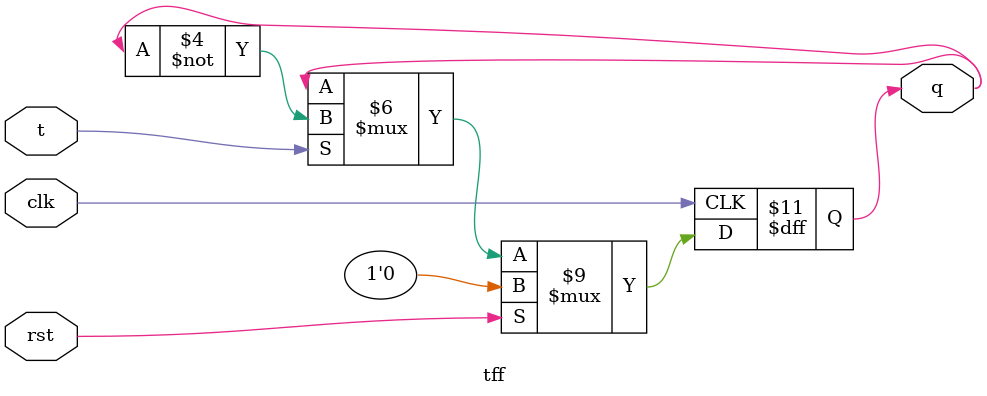
<source format=v>
module tff(clk,rst,t,q);
input clk,rst,t;
output reg q;
always @(posedge clk)
        begin
        if(rst==1)
            q<=0;
        else
        begin
            if(t==0)
                q<=q;
            else
                q<=~q;
        end
end
endmodule

</source>
